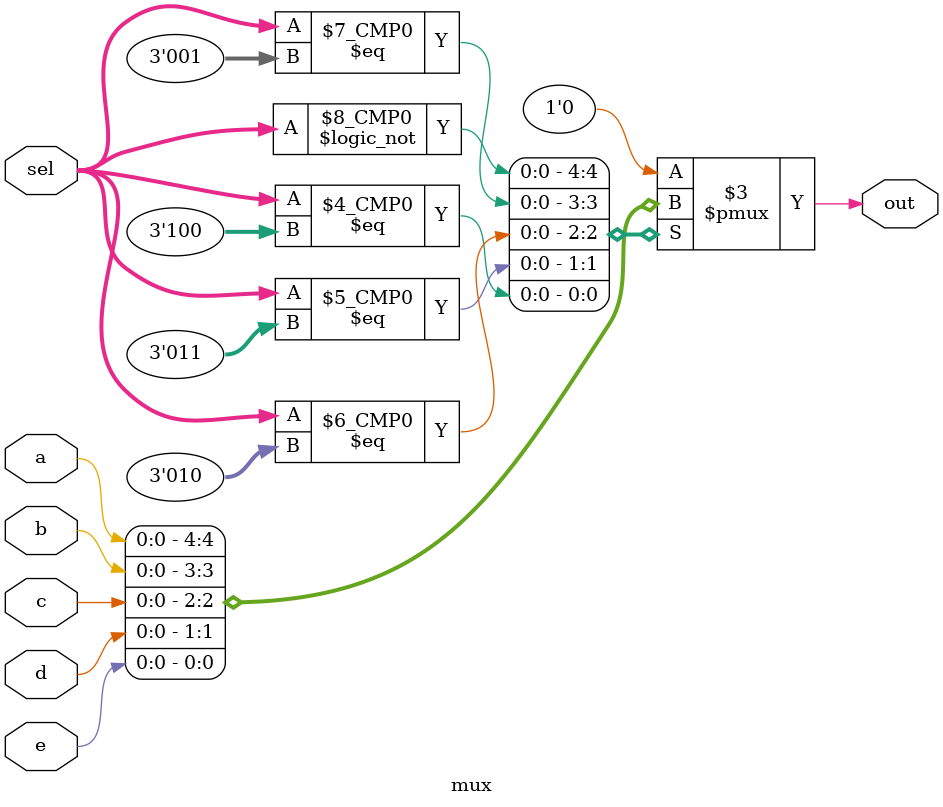
<source format=sv>
module mux(a,b,c,d,e,sel,out);
input a,b,c,d,e;
    input[2:0] sel;
    output out;
                            reg 	out;

always @(a, b, c, d, e, sel) begin
    case(sel)
        3'b000: out = a;
        3'b001: out = b;
        3'b010: out = c;
        3'b011: out = d;
        3'b100: out = e;
        default: out = 1'b0;  // Default case to prevent latch
    endcase
end

  endmodule
</source>
